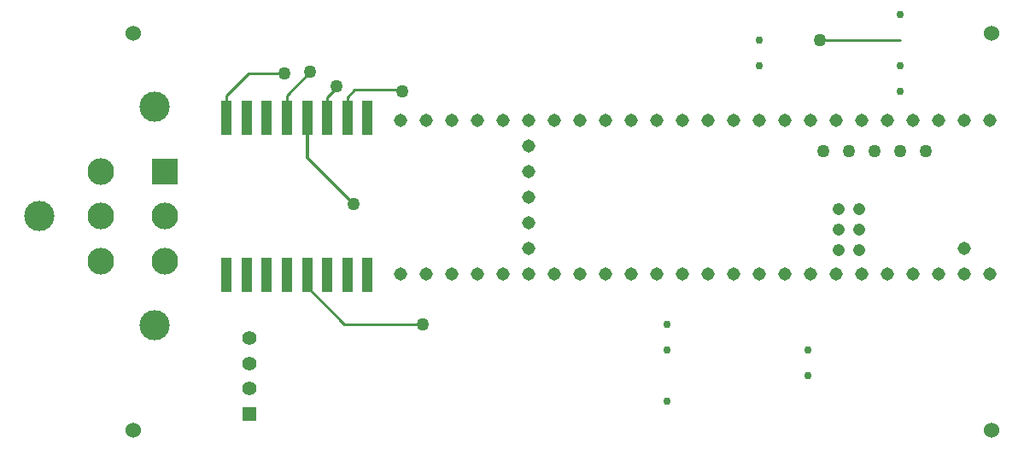
<source format=gbr>
%TF.GenerationSoftware,Altium Limited,Altium Designer,25.2.1 (25)*%
G04 Layer_Physical_Order=1*
G04 Layer_Color=255*
%FSLAX45Y45*%
%MOMM*%
%TF.SameCoordinates,E14999F2-3F76-4230-806F-2BB8C5B8D12E*%
%TF.FilePolarity,Positive*%
%TF.FileFunction,Copper,L1,Top,Signal*%
%TF.Part,Single*%
G01*
G75*
%TA.AperFunction,SMDPad,CuDef*%
%ADD10R,1.00000X3.50000*%
%TA.AperFunction,Conductor*%
%ADD11C,0.25400*%
%ADD12C,0.30480*%
%TA.AperFunction,ViaPad*%
%ADD13C,1.52400*%
%TA.AperFunction,ComponentPad*%
%ADD14C,1.30800*%
%ADD15C,1.20800*%
%ADD16C,1.25800*%
%ADD17C,2.64000*%
%ADD18R,2.64000X2.64000*%
%ADD19C,2.99000*%
%ADD20C,0.76200*%
%ADD21R,1.40000X1.40000*%
%ADD22C,1.40000*%
%TA.AperFunction,ViaPad*%
%ADD23C,1.27000*%
D10*
X4224250Y3607100D02*
D03*
X4024250D02*
D03*
X3824250D02*
D03*
X3624250D02*
D03*
X3424250D02*
D03*
X3224250D02*
D03*
X3024250D02*
D03*
X2824250D02*
D03*
Y2057100D02*
D03*
X3024250D02*
D03*
X3224250D02*
D03*
X3424250D02*
D03*
X3624250D02*
D03*
X3824250D02*
D03*
X4024250D02*
D03*
X4224250D02*
D03*
D11*
X3048000Y4051300D02*
X3403600D01*
X2824250Y3827550D02*
X3048000Y4051300D01*
X2824250Y3607100D02*
Y3827550D01*
X4095750Y3886200D02*
X4552950D01*
X4565650Y3873500D01*
X8712200Y4381500D02*
X9505950D01*
X3424250Y3607100D02*
Y3830650D01*
X3657600Y4064000D01*
X3994250Y1562100D02*
X4768850D01*
X3624250Y1932100D02*
X3994250Y1562100D01*
X3624250Y1932100D02*
Y2057100D01*
X4024250Y3607100D02*
Y3814700D01*
X4095750Y3886200D01*
X3824250Y3817900D02*
X3924300Y3917950D01*
X3824250Y3607100D02*
Y3817900D01*
D12*
X3624250Y3214700D02*
X4083050Y2755900D01*
X3624250Y3214700D02*
Y3607100D01*
D13*
X10414000Y4445000D02*
D03*
Y508000D02*
D03*
X1905000D02*
D03*
Y4445000D02*
D03*
D14*
X10394950Y3581400D02*
D03*
X10140950D02*
D03*
X5822950Y3327400D02*
D03*
Y3073400D02*
D03*
Y2819400D02*
D03*
Y2311400D02*
D03*
X10140950D02*
D03*
X5822950Y2565400D02*
D03*
X6838950Y2057400D02*
D03*
X9886950Y3581400D02*
D03*
X9632950D02*
D03*
X9378950D02*
D03*
X9124950D02*
D03*
X8870950D02*
D03*
X8616950D02*
D03*
X8362950D02*
D03*
X8108950D02*
D03*
X7854950D02*
D03*
X7600950D02*
D03*
X7346950D02*
D03*
X7092950D02*
D03*
X6838950D02*
D03*
X7092950Y2057400D02*
D03*
X7346950D02*
D03*
X7600950D02*
D03*
X7854950D02*
D03*
X8108950D02*
D03*
X8362950D02*
D03*
X8616950D02*
D03*
X8870950D02*
D03*
X9124950D02*
D03*
X9378950D02*
D03*
X9632950D02*
D03*
X9886950D02*
D03*
X10140950D02*
D03*
X10394950D02*
D03*
X6584950Y3581400D02*
D03*
X6330950D02*
D03*
X6076950D02*
D03*
X5822950D02*
D03*
X5568950D02*
D03*
X5314950D02*
D03*
X5060950D02*
D03*
X4806950D02*
D03*
X4552950D02*
D03*
Y2057400D02*
D03*
X4806950D02*
D03*
X5060950D02*
D03*
X5314950D02*
D03*
X5568950D02*
D03*
X5822950D02*
D03*
X6076950D02*
D03*
X6330950D02*
D03*
X6584950D02*
D03*
D15*
X8897950Y2302400D02*
D03*
X9097950D02*
D03*
X8897950Y2502400D02*
D03*
Y2702400D02*
D03*
X9097950Y2502400D02*
D03*
Y2702400D02*
D03*
D16*
X9759950Y3276400D02*
D03*
X9505950D02*
D03*
X9251950D02*
D03*
X8997950D02*
D03*
X8743950D02*
D03*
D17*
X1581550Y2636400D02*
D03*
X2216550Y2191400D02*
D03*
Y2636400D02*
D03*
X1581550Y2191400D02*
D03*
Y3081400D02*
D03*
D18*
X2216550D02*
D03*
D19*
X2114550Y1549400D02*
D03*
Y3723400D02*
D03*
X971550Y2636400D02*
D03*
D20*
X8591550Y1054100D02*
D03*
Y1308100D02*
D03*
X7194550Y1562100D02*
D03*
Y1308100D02*
D03*
Y800100D02*
D03*
X8108950Y4381500D02*
D03*
Y4127500D02*
D03*
X9505950Y3873500D02*
D03*
Y4127500D02*
D03*
Y4635500D02*
D03*
D21*
X3054350Y673100D02*
D03*
D22*
Y923100D02*
D03*
Y1173100D02*
D03*
Y1423100D02*
D03*
D23*
X4565650Y3873500D02*
D03*
X8712200Y4381500D02*
D03*
X3657600Y4064000D02*
D03*
X3403600Y4051300D02*
D03*
X4083050Y2755900D02*
D03*
X3917950Y3924300D02*
D03*
X4768850Y1562100D02*
D03*
%TF.MD5,715882801919add5a02309b9013248f6*%
M02*

</source>
